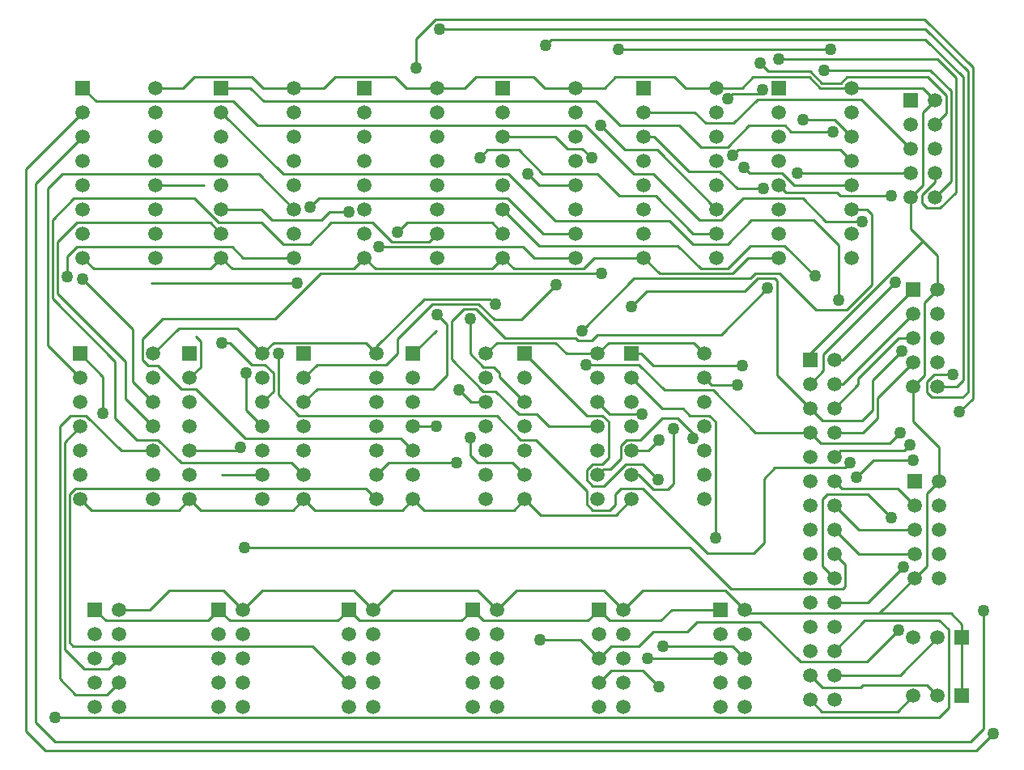
<source format=gbl>
G04 Layer_Physical_Order=2*
G04 Layer_Color=16711680*
%FSLAX23Y23*%
%MOIN*%
G70*
G01*
G75*
%ADD10C,0.010*%
%ADD11C,0.010*%
%ADD12R,0.059X0.059*%
%ADD13C,0.059*%
%ADD14R,0.059X0.059*%
%ADD15C,0.059*%
%ADD16R,0.059X0.059*%
%ADD17C,0.050*%
D10*
X3045Y680D02*
X3600D01*
X890Y2345D02*
X1056D01*
X1101Y2300D01*
X1303D01*
X1336Y2333D01*
X1416D01*
X3262Y2495D02*
X3730D01*
X2630Y2645D02*
X2673D01*
X2816Y2502D01*
X2943D01*
X3015Y2430D01*
X3124D01*
X3250Y2445D02*
X3485D01*
X3200Y2495D02*
X3250Y2445D01*
X3066Y2495D02*
X3200D01*
X3044Y2517D02*
X3066Y2495D01*
X3185Y2445D02*
X3216Y2414D01*
X3427D01*
X3441Y2400D01*
X3648D01*
X3830Y2395D02*
X3895Y2460D01*
X3827Y1665D02*
X3904D01*
X3795Y1633D02*
X3827Y1665D01*
X3795Y1590D02*
Y1633D01*
Y1590D02*
X3815Y1570D01*
X3943D01*
X3965Y1592D01*
Y2915D01*
X3791Y3089D02*
X3965Y2915D01*
X1791Y3089D02*
X3791D01*
X2525Y3005D02*
X3401D01*
X2580Y1250D02*
X2610D01*
X2669Y1191D01*
X2730D01*
X2752Y1213D01*
Y1441D01*
X3440Y2590D02*
X3485Y2545D01*
X3018Y2590D02*
X3440D01*
X2995Y2567D02*
X3018Y2590D01*
X320Y2845D02*
X375Y2790D01*
X939D01*
X1039Y2690D01*
X2388D01*
X2588Y2490D01*
X2671D01*
X2861Y2300D01*
X2950D01*
X3040Y2390D01*
X3286D01*
X3381Y2295D01*
X3530D01*
X2037Y1653D02*
X2140Y1550D01*
X2037Y1653D02*
Y1670D01*
X2012Y1695D02*
X2037Y1670D01*
X1970Y1695D02*
X2012D01*
X1915Y1750D02*
X1970Y1695D01*
X1915Y1750D02*
Y1895D01*
X2454Y2690D02*
X2554Y2590D01*
X2685D01*
X2930Y2345D01*
X2005Y2290D02*
X2050Y2245D01*
X1655Y2290D02*
X2005D01*
X1615Y2250D02*
X1655Y2290D01*
X1180Y1300D02*
X1230Y1250D01*
X725Y1300D02*
X1180D01*
X630Y1395D02*
X725Y1300D01*
X542Y1395D02*
X630D01*
X453Y1484D02*
X542Y1395D01*
X453Y1484D02*
Y1719D01*
X195Y1977D02*
X453Y1719D01*
X195Y1977D02*
Y2302D01*
X283Y2390D01*
X780D01*
X880Y2290D01*
X1056D01*
X1145Y2200D01*
X1255D01*
X1344Y2290D01*
X1514D01*
X1593Y2212D01*
X1747D01*
X1780Y2245D01*
X1060Y1750D02*
X1105Y1795D01*
X1485D01*
X1530Y1750D01*
Y1780D01*
X1725Y1975D01*
X1995D01*
X2018Y1953D01*
X1980Y1750D02*
X2025Y1795D01*
X2267D01*
X2312Y1750D01*
X2440D01*
X2485Y1795D01*
X2835D01*
X2880Y1750D01*
X420Y345D02*
X470Y395D01*
X290Y345D02*
X420D01*
X225Y410D02*
X290Y345D01*
X225Y410D02*
Y1450D01*
X270Y1495D01*
X334D01*
X479Y1350D01*
X610D01*
X245Y1385D02*
X310Y1450D01*
X245Y530D02*
Y1385D01*
Y530D02*
X325Y450D01*
X425D01*
X470Y495D01*
X310Y1750D02*
X404Y1656D01*
Y1505D02*
Y1656D01*
X1680Y1450D02*
X1777D01*
X1680Y1750D02*
X1775Y1845D01*
X2140Y1750D02*
X2395Y1495D01*
X2460D01*
X2485Y1470D01*
Y1320D02*
Y1470D01*
X2460Y1295D02*
X2485Y1320D01*
X2420Y1295D02*
X2460D01*
X2395Y1270D02*
X2420Y1295D01*
X2395Y1230D02*
Y1270D01*
Y1230D02*
X2420Y1205D01*
X2465D01*
X2555Y1295D01*
X2627D01*
X2691Y1231D01*
X2880Y1650D02*
X2909Y1621D01*
X3015D01*
X2711Y545D02*
X2995D01*
X3045Y495D01*
X2580Y1750D02*
X2621D01*
X2670Y1701D01*
X3035D01*
X3415Y425D02*
X3685D01*
X3840Y580D01*
X3315Y325D02*
X3364Y276D01*
X3676D01*
X3740Y340D01*
X3315Y425D02*
X3365Y375D01*
X3523D01*
X3533Y385D01*
X3795D01*
X3840Y340D01*
X894Y1250D02*
X1060D01*
X620Y2445D02*
X820D01*
X892Y1795D02*
X925D01*
X1015Y1705D01*
X1070D01*
X1105Y1670D01*
Y1595D02*
Y1670D01*
X1060Y1550D02*
X1105Y1595D01*
X527Y1633D02*
X610Y1550D01*
X527Y1633D02*
Y1851D01*
X321Y2057D02*
X527Y1851D01*
X205Y250D02*
X3845D01*
X3885Y290D01*
Y613D01*
X3847Y651D02*
X3885Y613D01*
X3541Y651D02*
X3847D01*
X3415Y525D02*
X3541Y651D01*
X3515Y925D02*
X3745D01*
X3415Y1025D02*
X3515Y925D01*
Y1025D02*
X3745D01*
X3415Y1125D02*
X3515Y1025D01*
X3676Y1194D02*
X3745Y1125D01*
X3446Y1194D02*
X3676D01*
X3415Y1225D02*
X3446Y1194D01*
X785Y1822D02*
X805Y1802D01*
Y1695D02*
Y1802D01*
X760Y1650D02*
X805Y1695D01*
X993Y1517D02*
X1060Y1450D01*
X993Y1517D02*
Y1670D01*
X175Y1785D02*
X310Y1650D01*
X175Y1785D02*
Y2430D01*
X235Y2490D01*
X1045D01*
X1190Y2345D01*
X495Y1565D02*
X610Y1450D01*
X495Y1565D02*
Y1717D01*
X215Y1997D02*
X495Y1717D01*
X215Y1997D02*
Y2210D01*
X295Y2290D01*
X845D01*
X890Y2245D01*
X3505Y1240D02*
X3576Y1311D01*
X3740D01*
X3365Y875D02*
X3415Y825D01*
X3365Y875D02*
Y1150D01*
X3385Y1170D01*
X3554D01*
X3649Y1075D01*
X3432Y1970D02*
Y2199D01*
X3331Y2300D02*
X3432Y2199D01*
X3074Y2300D02*
X3331D01*
X2975Y2200D02*
X3074Y2300D01*
X2834Y2200D02*
X2975D01*
X2737Y2297D02*
X2834Y2200D01*
X2265Y2297D02*
X2737D01*
X2073Y2490D02*
X2265Y2297D01*
X1145Y2490D02*
X2073D01*
X890Y2745D02*
X1145Y2490D01*
X3415Y725D02*
X3553D01*
X3698Y870D01*
X1869Y1602D02*
X1921Y1550D01*
X1980D01*
X1530Y1250D02*
X1580Y1300D01*
X1858D01*
X3415Y1425D02*
X3534D01*
X3594Y1485D01*
Y1569D01*
X3740Y1715D01*
X1125Y1580D02*
Y1750D01*
Y1580D02*
X1210Y1495D01*
X2025D01*
X2124Y1395D01*
X2185D01*
X2395Y1185D01*
Y1130D02*
Y1185D01*
Y1130D02*
X2420Y1105D01*
X2490D01*
X2512Y1127D01*
Y1170D01*
X2537Y1195D01*
X2625D01*
X2893Y927D01*
X3082D01*
X3125Y970D01*
Y1235D01*
X3170Y1280D01*
X3460D01*
X3480Y1300D01*
X3415Y1525D02*
X3514Y1624D01*
Y1649D01*
X3680Y1815D01*
X3740D01*
X3415Y1625D02*
X3450D01*
X3740Y1915D01*
X1630Y1400D02*
X1680Y1350D01*
X990Y1400D02*
X1630D01*
X785Y1605D02*
X990Y1400D01*
X725Y1605D02*
X785D01*
X630Y1700D02*
X725Y1605D01*
X590Y1700D02*
X630D01*
X565Y1725D02*
X590Y1700D01*
X565Y1725D02*
Y1810D01*
X648Y1893D01*
X1114D01*
X1301Y2080D01*
X2455D01*
X2198Y2445D02*
X2350D01*
X2153Y2490D02*
X2198Y2445D01*
X1230Y1650D02*
X1285Y1705D01*
X1570D01*
X1615Y1750D01*
Y1810D01*
X1760Y1955D01*
X1950D01*
X2015Y1890D01*
X2125D01*
X2268Y2033D01*
X1255Y2353D02*
X1292Y2390D01*
X2070D01*
X2215Y2245D01*
X2350D01*
X1265Y545D02*
X1415Y395D01*
X280Y545D02*
X1265D01*
X265Y560D02*
X280Y545D01*
X265Y560D02*
Y1170D01*
X290Y1195D01*
X1485D01*
X1530Y1150D01*
X3090Y1425D02*
X3315D01*
X2915Y1600D02*
X3090Y1425D01*
X2715Y1600D02*
X2915D01*
X2610Y1705D02*
X2715Y1600D01*
X2392Y1705D02*
X2610D01*
X2377Y2595D02*
X2415Y2557D01*
X2316Y2595D02*
X2377D01*
X2266Y2645D02*
X2316Y2595D01*
X2050Y2645D02*
X2266D01*
X3315Y1425D02*
X3360Y1380D01*
X3644D01*
X3687Y1423D01*
X2580Y1945D02*
X2642Y2007D01*
X3046D01*
X3100Y2061D01*
X3170D01*
X3180Y2051D01*
Y1660D02*
Y2051D01*
Y1660D02*
X3315Y1525D01*
X3365Y1475D01*
X3530D01*
X3574Y1519D01*
Y1642D01*
X3692Y1760D01*
X3315Y1625D02*
X3370Y1680D01*
Y1748D01*
X3665Y2043D01*
X3840Y1615D02*
X3920D01*
X3945Y1640D01*
Y2890D01*
X3789Y3045D02*
X3945Y2890D01*
X2250Y3045D02*
X3789D01*
X2226Y3021D02*
X2250Y3045D01*
X2090Y1300D02*
X2140Y1250D01*
X1945Y1300D02*
X2090D01*
X1915Y1330D02*
X1945Y1300D01*
X1915Y1330D02*
Y1405D01*
X1955Y2559D02*
X1985Y2590D01*
X2115D01*
X2214Y2490D01*
X2440D01*
X2530Y2400D01*
X2678D01*
X2834Y2245D01*
X2930D01*
X2440Y1550D02*
X2490Y1500D01*
X2623D01*
X3526Y2799D02*
X3730Y2595D01*
X3098Y2799D02*
X3526D01*
X3000Y2700D02*
X3098Y2799D01*
X2885Y2700D02*
X3000D01*
X2841Y2745D02*
X2885Y2700D01*
X2630Y2745D02*
X2841D01*
X2580Y1650D02*
X2706Y1524D01*
X2792D01*
X2821Y1495D01*
X2900D01*
X2925Y1470D01*
Y990D02*
Y1470D01*
X2646Y495D02*
X2945D01*
X2375Y1846D02*
X2589Y2060D01*
X3069D01*
X3089Y2081D01*
X3188D01*
X3339Y1930D01*
X3466D01*
X3570Y2034D01*
Y2325D01*
X3550Y2345D02*
X3570Y2325D01*
X3485Y2345D02*
X3550D01*
X2370Y570D02*
X2445Y495D01*
X2202Y570D02*
X2370D01*
X2445Y495D02*
X2495Y545D01*
X2611D01*
X2671Y605D01*
X2810D01*
X2850Y645D01*
X3111D01*
X3276Y480D01*
X3548D01*
X3679Y611D01*
X2445Y395D02*
X2495Y445D01*
X2625D01*
X2692Y378D01*
X835Y650D02*
X880Y695D01*
X415Y650D02*
X835D01*
X370Y695D02*
X415Y650D01*
X880Y695D02*
X925Y650D01*
X1370D01*
X1415Y695D01*
X1460Y650D01*
X1880D01*
X1925Y695D01*
X1970Y650D01*
X2400D01*
X2445Y695D01*
X2490Y650D01*
X2700D01*
X2745Y695D01*
X2945D01*
X1435Y2100D02*
X1480Y2145D01*
X935Y2100D02*
X1435D01*
X890Y2145D02*
X935Y2100D01*
X1480Y2145D02*
X1525Y2100D01*
X2005D01*
X2050Y2145D01*
X845Y2100D02*
X890Y2145D01*
X365Y2100D02*
X845D01*
X320Y2145D02*
X365Y2100D01*
X2050Y2145D02*
X2095Y2100D01*
X2382D01*
X2427Y2145D01*
X2630D01*
X2695Y2080D01*
X2995D01*
X3059Y2145D01*
X3185D01*
X3450Y1725D02*
X3740Y2015D01*
X3415Y1725D02*
X3450D01*
X3108Y2948D02*
X3143Y2913D01*
X3317D01*
X3364Y2866D01*
X3442D01*
X3466Y2890D01*
X3800D01*
X3875Y2815D01*
Y2740D02*
Y2815D01*
X3830Y2695D02*
X3875Y2740D01*
X310Y1150D02*
X355Y1105D01*
X715D01*
X760Y1150D01*
X805Y1105D01*
X1185D01*
X1230Y1150D01*
X1275Y1105D01*
X1635D01*
X1680Y1150D01*
X1725Y1105D01*
X2095D01*
X2140Y1150D01*
X2205Y1085D01*
X2515D01*
X2580Y1150D01*
X3357Y2845D02*
X3485D01*
X3312Y2890D02*
X3357Y2845D01*
X3080Y2890D02*
X3312D01*
X3035Y2845D02*
X3080Y2890D01*
X2930Y2845D02*
X3035D01*
X2802D02*
X2930D01*
X2757Y2890D02*
X2802Y2845D01*
X2513Y2890D02*
X2757D01*
X2468Y2845D02*
X2513Y2890D01*
X2350Y2845D02*
X2468D01*
X2222D02*
X2350D01*
X2177Y2890D02*
X2222Y2845D01*
X1938Y2890D02*
X2177D01*
X1893Y2845D02*
X1938Y2890D01*
X1780Y2845D02*
X1893D01*
X1652D02*
X1780D01*
X1607Y2890D02*
X1652Y2845D01*
X1358Y2890D02*
X1607D01*
X1313Y2845D02*
X1358Y2890D01*
X1190Y2845D02*
X1313D01*
X1062D02*
X1190D01*
X1017Y2890D02*
X1062Y2845D01*
X778Y2890D02*
X1017D01*
X733Y2845D02*
X778Y2890D01*
X620Y2845D02*
X733D01*
X2545Y695D02*
X2625Y775D01*
X2965D01*
X3045Y695D01*
X1515D02*
X1595Y775D01*
X1945D01*
X2025Y695D01*
X900Y775D02*
X980Y695D01*
X677Y775D02*
X900D01*
X597Y695D02*
X677Y775D01*
X470Y695D02*
X597D01*
X2025D02*
X2105Y775D01*
X2465D01*
X2545Y695D01*
X980D02*
X1058Y773D01*
X1437D01*
X1515Y695D01*
X3780Y2845D02*
X3830Y2795D01*
X3485Y2845D02*
X3780D01*
X3600Y680D02*
X3745Y825D01*
X3045Y680D02*
Y695D01*
X3745Y825D02*
X3795Y875D01*
Y1175D01*
X3845Y1225D01*
X3940Y340D02*
Y580D01*
Y635D01*
X3895Y680D02*
X3940Y635D01*
X3600Y680D02*
X3895D01*
X3740Y1615D02*
X3785Y1660D01*
X3730Y2395D02*
X3780Y2445D01*
Y2745D01*
X3830Y2795D01*
X3785Y1960D02*
X3840Y2015D01*
X3785Y1660D02*
Y1945D01*
X3785Y1945D01*
Y1960D01*
X3730Y2265D02*
Y2395D01*
X3840Y2015D02*
Y2155D01*
X3315Y1725D02*
Y1750D01*
X3780Y2215D01*
X3730Y2265D02*
X3780Y2215D01*
X3840Y2155D01*
X3740Y1470D02*
Y1615D01*
Y1470D02*
X3845Y1365D01*
Y1225D02*
Y1365D01*
D11*
X3895Y2460D02*
Y2833D01*
X3374Y2918D02*
X3810D01*
X610Y1750D02*
X715Y1855D01*
X955D01*
X1060Y1750D01*
X125Y2450D02*
X320Y2645D01*
X125Y230D02*
Y2450D01*
Y230D02*
X205Y150D01*
X3975D01*
X4030Y205D01*
Y690D01*
X85Y2510D02*
X320Y2745D01*
X85Y195D02*
Y2510D01*
Y195D02*
X165Y115D01*
X4000D01*
X4070Y185D01*
X760Y1350D02*
X953D01*
X968Y1365D01*
X603Y2040D02*
X1204D01*
X255Y2150D02*
X295Y2190D01*
X935D02*
X980Y2145D01*
X255Y2069D02*
Y2150D01*
X295Y2190D02*
X935D01*
X980Y2145D02*
X1190D01*
X3415Y925D02*
X3460Y880D01*
Y790D02*
Y880D01*
X3450Y780D02*
X3460Y790D01*
X2988Y780D02*
X3450D01*
X2818Y950D02*
X2988Y780D01*
X985Y950D02*
X2818D01*
X890Y2845D02*
X1010D01*
X1065Y2790D01*
X2434D01*
X2534Y2690D01*
X2776D01*
X2865Y2600D01*
X2975D01*
X3064Y2690D01*
X3213D01*
X3237Y2666D01*
X3410D01*
X1230Y1550D02*
X1285Y1605D01*
X1762D01*
X1818Y1661D01*
Y1870D01*
X1778Y1910D02*
X1818Y1870D01*
X1693Y2928D02*
Y3048D01*
X1774Y3129D01*
X3786D01*
X3985Y2930D01*
Y1564D02*
Y2930D01*
X3931Y1510D02*
X3985Y1564D01*
X3702Y1350D02*
X3727Y1375D01*
X3440Y1350D02*
X3702D01*
X3415Y1325D02*
X3440Y1350D01*
X1538Y2190D02*
X2133D01*
X2178Y2145D01*
X2350D01*
X2050Y2345D02*
X2200Y2195D01*
X2771D01*
X2865Y2100D01*
X2975D01*
X3069Y2195D01*
X3210D01*
X3335Y2070D01*
X2440Y1250D02*
X2466Y1276D01*
X2494D01*
X2535Y1317D01*
Y1370D01*
X2560Y1395D01*
X2617D01*
X2706Y1484D01*
X2770D01*
X2834Y1420D01*
Y1400D02*
Y1420D01*
X2580Y1350D02*
X2648D01*
X2692Y1394D01*
X2975Y2800D02*
X2997Y2822D01*
X3103D01*
X3120Y2839D01*
X3285Y2714D02*
X3416D01*
X3485Y2645D01*
X2240Y1450D02*
X2440D01*
X2190Y1500D02*
X2240Y1450D01*
X2115Y1500D02*
X2190D01*
X2020Y1595D02*
X2115Y1500D01*
X1970Y1595D02*
X2020D01*
X1838Y1727D02*
X1970Y1595D01*
X1838Y1727D02*
Y1883D01*
X1890Y1935D01*
X1940D01*
X2060Y1815D01*
X2349D01*
X2359Y1805D01*
X2415D01*
X2439Y1829D01*
X2948D01*
X3140Y2021D01*
X3185Y2965D02*
X3838D01*
X3915Y2888D01*
Y2415D02*
Y2888D01*
X3850Y2350D02*
X3915Y2415D01*
X3795Y2350D02*
X3850D01*
X3775Y2370D02*
X3795Y2350D01*
X3775Y2370D02*
Y2403D01*
X3830Y2458D01*
Y2495D01*
X3810Y2918D02*
X3895Y2833D01*
D12*
X1925Y695D02*
D03*
X2945D02*
D03*
X2445D02*
D03*
X1415D02*
D03*
X880D02*
D03*
X370D02*
D03*
X3315Y1725D02*
D03*
X3745Y1225D02*
D03*
X3740Y2015D02*
D03*
X3730Y2795D02*
D03*
D13*
X1925Y595D02*
D03*
Y495D02*
D03*
Y395D02*
D03*
Y295D02*
D03*
X2025Y695D02*
D03*
Y595D02*
D03*
Y495D02*
D03*
Y395D02*
D03*
Y295D02*
D03*
X2945Y595D02*
D03*
Y495D02*
D03*
Y395D02*
D03*
Y295D02*
D03*
X3045Y695D02*
D03*
Y595D02*
D03*
Y495D02*
D03*
Y395D02*
D03*
Y295D02*
D03*
X2445Y595D02*
D03*
Y495D02*
D03*
Y395D02*
D03*
Y295D02*
D03*
X2545Y695D02*
D03*
Y595D02*
D03*
Y495D02*
D03*
Y395D02*
D03*
Y295D02*
D03*
X1415Y595D02*
D03*
Y495D02*
D03*
Y395D02*
D03*
Y295D02*
D03*
X1515Y695D02*
D03*
Y595D02*
D03*
Y495D02*
D03*
Y395D02*
D03*
Y295D02*
D03*
X880Y595D02*
D03*
Y495D02*
D03*
Y395D02*
D03*
Y295D02*
D03*
X980Y695D02*
D03*
Y595D02*
D03*
Y495D02*
D03*
Y395D02*
D03*
Y295D02*
D03*
X370Y595D02*
D03*
Y495D02*
D03*
Y395D02*
D03*
Y295D02*
D03*
X470Y695D02*
D03*
Y595D02*
D03*
Y495D02*
D03*
Y395D02*
D03*
Y295D02*
D03*
X3315Y1625D02*
D03*
Y1525D02*
D03*
Y1425D02*
D03*
Y1325D02*
D03*
Y1225D02*
D03*
Y1125D02*
D03*
Y1025D02*
D03*
Y925D02*
D03*
Y825D02*
D03*
Y725D02*
D03*
Y625D02*
D03*
Y525D02*
D03*
Y425D02*
D03*
Y325D02*
D03*
X3415Y1725D02*
D03*
Y1625D02*
D03*
Y1525D02*
D03*
Y1425D02*
D03*
Y1325D02*
D03*
Y1225D02*
D03*
Y1125D02*
D03*
Y1025D02*
D03*
Y925D02*
D03*
Y825D02*
D03*
Y725D02*
D03*
Y625D02*
D03*
Y525D02*
D03*
Y425D02*
D03*
Y325D02*
D03*
X3740Y580D02*
D03*
X3840D02*
D03*
X3740Y340D02*
D03*
X3840D02*
D03*
X3745Y1125D02*
D03*
Y1025D02*
D03*
Y925D02*
D03*
Y825D02*
D03*
X3845Y1225D02*
D03*
Y1125D02*
D03*
Y1025D02*
D03*
Y925D02*
D03*
Y825D02*
D03*
X3740Y1915D02*
D03*
Y1815D02*
D03*
Y1715D02*
D03*
Y1615D02*
D03*
X3840Y2015D02*
D03*
Y1915D02*
D03*
Y1815D02*
D03*
Y1715D02*
D03*
Y1615D02*
D03*
X3730Y2695D02*
D03*
Y2595D02*
D03*
Y2495D02*
D03*
Y2395D02*
D03*
X3830Y2795D02*
D03*
Y2695D02*
D03*
Y2595D02*
D03*
Y2495D02*
D03*
Y2395D02*
D03*
D14*
X3185Y2845D02*
D03*
X2630D02*
D03*
X2050D02*
D03*
X1480D02*
D03*
X890D02*
D03*
X320D02*
D03*
X2580Y1750D02*
D03*
X2140D02*
D03*
X1680D02*
D03*
X1230D02*
D03*
X760D02*
D03*
X310D02*
D03*
D15*
X3185Y2745D02*
D03*
Y2645D02*
D03*
Y2545D02*
D03*
Y2445D02*
D03*
Y2345D02*
D03*
Y2245D02*
D03*
Y2145D02*
D03*
X3485Y2845D02*
D03*
Y2745D02*
D03*
Y2645D02*
D03*
Y2545D02*
D03*
Y2445D02*
D03*
Y2345D02*
D03*
Y2245D02*
D03*
Y2145D02*
D03*
X2630Y2745D02*
D03*
Y2645D02*
D03*
Y2545D02*
D03*
Y2445D02*
D03*
Y2345D02*
D03*
Y2245D02*
D03*
Y2145D02*
D03*
X2930Y2845D02*
D03*
Y2745D02*
D03*
Y2645D02*
D03*
Y2545D02*
D03*
Y2445D02*
D03*
Y2345D02*
D03*
Y2245D02*
D03*
Y2145D02*
D03*
X2050Y2745D02*
D03*
Y2645D02*
D03*
Y2545D02*
D03*
Y2445D02*
D03*
Y2345D02*
D03*
Y2245D02*
D03*
Y2145D02*
D03*
X2350Y2845D02*
D03*
Y2745D02*
D03*
Y2645D02*
D03*
Y2545D02*
D03*
Y2445D02*
D03*
Y2345D02*
D03*
Y2245D02*
D03*
Y2145D02*
D03*
X1480Y2745D02*
D03*
Y2645D02*
D03*
Y2545D02*
D03*
Y2445D02*
D03*
Y2345D02*
D03*
Y2245D02*
D03*
Y2145D02*
D03*
X1780Y2845D02*
D03*
Y2745D02*
D03*
Y2645D02*
D03*
Y2545D02*
D03*
Y2445D02*
D03*
Y2345D02*
D03*
Y2245D02*
D03*
Y2145D02*
D03*
X890Y2745D02*
D03*
Y2645D02*
D03*
Y2545D02*
D03*
Y2445D02*
D03*
Y2345D02*
D03*
Y2245D02*
D03*
Y2145D02*
D03*
X1190Y2845D02*
D03*
Y2745D02*
D03*
Y2645D02*
D03*
Y2545D02*
D03*
Y2445D02*
D03*
Y2345D02*
D03*
Y2245D02*
D03*
Y2145D02*
D03*
X320Y2745D02*
D03*
Y2645D02*
D03*
Y2545D02*
D03*
Y2445D02*
D03*
Y2345D02*
D03*
Y2245D02*
D03*
Y2145D02*
D03*
X620Y2845D02*
D03*
Y2745D02*
D03*
Y2645D02*
D03*
Y2545D02*
D03*
Y2445D02*
D03*
Y2345D02*
D03*
Y2245D02*
D03*
Y2145D02*
D03*
X2580Y1650D02*
D03*
Y1550D02*
D03*
Y1450D02*
D03*
Y1350D02*
D03*
Y1250D02*
D03*
Y1150D02*
D03*
X2880Y1750D02*
D03*
Y1650D02*
D03*
Y1550D02*
D03*
Y1450D02*
D03*
Y1350D02*
D03*
Y1250D02*
D03*
Y1150D02*
D03*
X2140Y1650D02*
D03*
Y1550D02*
D03*
Y1450D02*
D03*
Y1350D02*
D03*
Y1250D02*
D03*
Y1150D02*
D03*
X2440Y1750D02*
D03*
Y1650D02*
D03*
Y1550D02*
D03*
Y1450D02*
D03*
Y1350D02*
D03*
Y1250D02*
D03*
Y1150D02*
D03*
X1680Y1650D02*
D03*
Y1550D02*
D03*
Y1450D02*
D03*
Y1350D02*
D03*
Y1250D02*
D03*
Y1150D02*
D03*
X1980Y1750D02*
D03*
Y1650D02*
D03*
Y1550D02*
D03*
Y1450D02*
D03*
Y1350D02*
D03*
Y1250D02*
D03*
Y1150D02*
D03*
X1230Y1650D02*
D03*
Y1550D02*
D03*
Y1450D02*
D03*
Y1350D02*
D03*
Y1250D02*
D03*
Y1150D02*
D03*
X1530Y1750D02*
D03*
Y1650D02*
D03*
Y1550D02*
D03*
Y1450D02*
D03*
Y1350D02*
D03*
Y1250D02*
D03*
Y1150D02*
D03*
X760Y1650D02*
D03*
Y1550D02*
D03*
Y1450D02*
D03*
Y1350D02*
D03*
Y1250D02*
D03*
Y1150D02*
D03*
X1060Y1750D02*
D03*
Y1650D02*
D03*
Y1550D02*
D03*
Y1450D02*
D03*
Y1350D02*
D03*
Y1250D02*
D03*
Y1150D02*
D03*
X310Y1650D02*
D03*
Y1550D02*
D03*
Y1450D02*
D03*
Y1350D02*
D03*
Y1250D02*
D03*
Y1150D02*
D03*
X610Y1750D02*
D03*
Y1650D02*
D03*
Y1550D02*
D03*
Y1450D02*
D03*
Y1350D02*
D03*
Y1250D02*
D03*
Y1150D02*
D03*
D16*
X3940Y580D02*
D03*
Y340D02*
D03*
D17*
X1416Y2333D02*
D03*
X3262Y2495D02*
D03*
X3124Y2430D02*
D03*
X3044Y2517D02*
D03*
X3648Y2400D02*
D03*
X3374Y2918D02*
D03*
X3904Y1665D02*
D03*
X1791Y3089D02*
D03*
X2525Y3005D02*
D03*
X3401D02*
D03*
X2752Y1441D02*
D03*
X2995Y2567D02*
D03*
X3530Y2295D02*
D03*
X1915Y1895D02*
D03*
X2454Y2690D02*
D03*
X1615Y2250D02*
D03*
X2018Y1953D02*
D03*
X404Y1505D02*
D03*
X1777Y1450D02*
D03*
X2691Y1231D02*
D03*
X3015Y1621D02*
D03*
X2711Y545D02*
D03*
X3035Y1701D02*
D03*
X892Y1795D02*
D03*
X321Y2057D02*
D03*
X205Y250D02*
D03*
X4030Y690D02*
D03*
X4070Y185D02*
D03*
X968Y1365D02*
D03*
X993Y1670D02*
D03*
X1204Y2040D02*
D03*
X255Y2069D02*
D03*
X985Y950D02*
D03*
X3505Y1240D02*
D03*
X3740Y1311D02*
D03*
X3649Y1075D02*
D03*
X3432Y1970D02*
D03*
X3410Y2666D02*
D03*
X3698Y870D02*
D03*
X1869Y1602D02*
D03*
X1778Y1910D02*
D03*
X1858Y1300D02*
D03*
X1693Y2928D02*
D03*
X3931Y1510D02*
D03*
X3727Y1375D02*
D03*
X1125Y1750D02*
D03*
X3480Y1300D02*
D03*
X2455Y2080D02*
D03*
X2153Y2490D02*
D03*
X2268Y2033D02*
D03*
X1255Y2353D02*
D03*
X1538Y2190D02*
D03*
X3335Y2070D02*
D03*
X2392Y1705D02*
D03*
X2415Y2557D02*
D03*
X3687Y1423D02*
D03*
X2580Y1945D02*
D03*
X3692Y1760D02*
D03*
X3665Y2043D02*
D03*
X2226Y3021D02*
D03*
X1915Y1405D02*
D03*
X1955Y2559D02*
D03*
X2834Y1400D02*
D03*
X2623Y1500D02*
D03*
X2925Y990D02*
D03*
X2646Y495D02*
D03*
X2692Y1394D02*
D03*
X2975Y2800D02*
D03*
X3120Y2839D02*
D03*
X3285Y2714D02*
D03*
X2375Y1846D02*
D03*
X2202Y570D02*
D03*
X3679Y611D02*
D03*
X2692Y378D02*
D03*
X3140Y2021D02*
D03*
X3108Y2948D02*
D03*
X3185Y2965D02*
D03*
M02*

</source>
